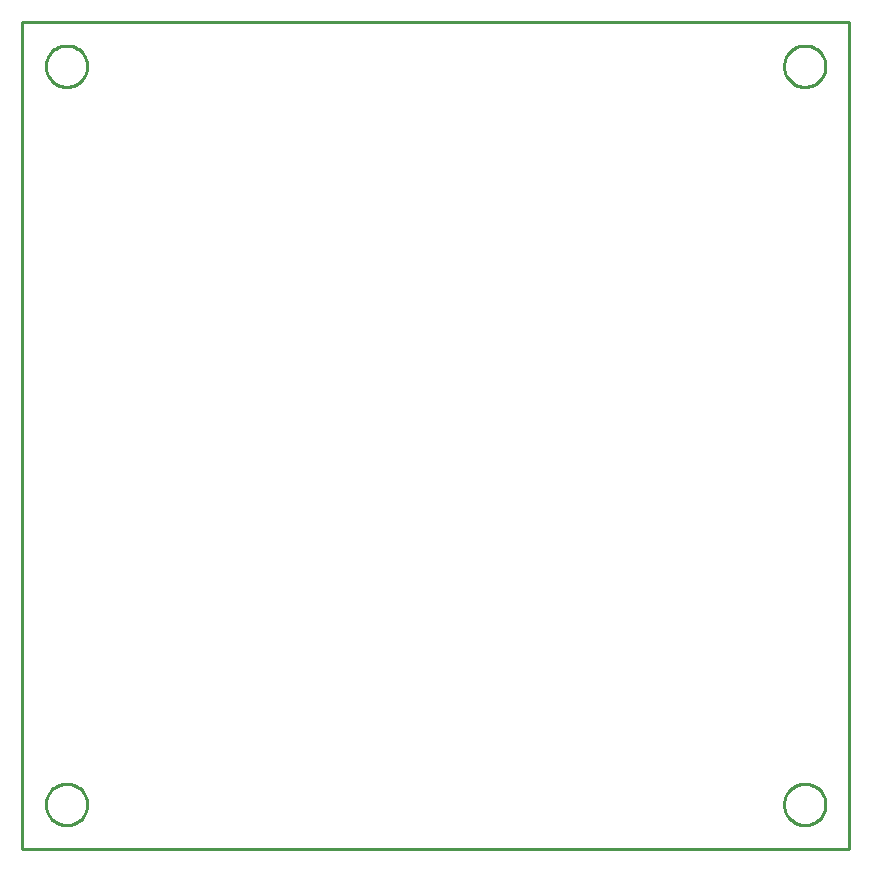
<source format=gbr>
G04 EAGLE Gerber RS-274X export*
G75*
%MOMM*%
%FSLAX34Y34*%
%LPD*%
%IN*%
%IPPOS*%
%AMOC8*
5,1,8,0,0,1.08239X$1,22.5*%
G01*
%ADD10C,0.254000*%


D10*
X0Y0D02*
X700000Y0D01*
X700000Y700000D01*
X0Y700000D01*
X0Y0D01*
X55000Y661927D02*
X54925Y660784D01*
X54776Y659648D01*
X54552Y658524D01*
X54255Y657417D01*
X53887Y656332D01*
X53449Y655274D01*
X52942Y654246D01*
X52369Y653254D01*
X51732Y652301D01*
X51035Y651392D01*
X50279Y650531D01*
X49469Y649721D01*
X48608Y648965D01*
X47699Y648268D01*
X46746Y647631D01*
X45754Y647058D01*
X44726Y646551D01*
X43668Y646113D01*
X42583Y645745D01*
X41476Y645448D01*
X40352Y645225D01*
X39216Y645075D01*
X38073Y645000D01*
X36927Y645000D01*
X35784Y645075D01*
X34648Y645225D01*
X33524Y645448D01*
X32417Y645745D01*
X31332Y646113D01*
X30274Y646551D01*
X29246Y647058D01*
X28254Y647631D01*
X27301Y648268D01*
X26392Y648965D01*
X25531Y649721D01*
X24721Y650531D01*
X23965Y651392D01*
X23268Y652301D01*
X22631Y653254D01*
X22058Y654246D01*
X21551Y655274D01*
X21113Y656332D01*
X20745Y657417D01*
X20448Y658524D01*
X20225Y659648D01*
X20075Y660784D01*
X20000Y661927D01*
X20000Y663073D01*
X20075Y664216D01*
X20225Y665352D01*
X20448Y666476D01*
X20745Y667583D01*
X21113Y668668D01*
X21551Y669726D01*
X22058Y670754D01*
X22631Y671746D01*
X23268Y672699D01*
X23965Y673608D01*
X24721Y674469D01*
X25531Y675279D01*
X26392Y676035D01*
X27301Y676732D01*
X28254Y677369D01*
X29246Y677942D01*
X30274Y678449D01*
X31332Y678887D01*
X32417Y679255D01*
X33524Y679552D01*
X34648Y679776D01*
X35784Y679925D01*
X36927Y680000D01*
X38073Y680000D01*
X39216Y679925D01*
X40352Y679776D01*
X41476Y679552D01*
X42583Y679255D01*
X43668Y678887D01*
X44726Y678449D01*
X45754Y677942D01*
X46746Y677369D01*
X47699Y676732D01*
X48608Y676035D01*
X49469Y675279D01*
X50279Y674469D01*
X51035Y673608D01*
X51732Y672699D01*
X52369Y671746D01*
X52942Y670754D01*
X53449Y669726D01*
X53887Y668668D01*
X54255Y667583D01*
X54552Y666476D01*
X54776Y665352D01*
X54925Y664216D01*
X55000Y663073D01*
X55000Y661927D01*
X680000Y661927D02*
X679925Y660784D01*
X679776Y659648D01*
X679552Y658524D01*
X679255Y657417D01*
X678887Y656332D01*
X678449Y655274D01*
X677942Y654246D01*
X677369Y653254D01*
X676732Y652301D01*
X676035Y651392D01*
X675279Y650531D01*
X674469Y649721D01*
X673608Y648965D01*
X672699Y648268D01*
X671746Y647631D01*
X670754Y647058D01*
X669726Y646551D01*
X668668Y646113D01*
X667583Y645745D01*
X666476Y645448D01*
X665352Y645225D01*
X664216Y645075D01*
X663073Y645000D01*
X661927Y645000D01*
X660784Y645075D01*
X659648Y645225D01*
X658524Y645448D01*
X657417Y645745D01*
X656332Y646113D01*
X655274Y646551D01*
X654246Y647058D01*
X653254Y647631D01*
X652301Y648268D01*
X651392Y648965D01*
X650531Y649721D01*
X649721Y650531D01*
X648965Y651392D01*
X648268Y652301D01*
X647631Y653254D01*
X647058Y654246D01*
X646551Y655274D01*
X646113Y656332D01*
X645745Y657417D01*
X645448Y658524D01*
X645225Y659648D01*
X645075Y660784D01*
X645000Y661927D01*
X645000Y663073D01*
X645075Y664216D01*
X645225Y665352D01*
X645448Y666476D01*
X645745Y667583D01*
X646113Y668668D01*
X646551Y669726D01*
X647058Y670754D01*
X647631Y671746D01*
X648268Y672699D01*
X648965Y673608D01*
X649721Y674469D01*
X650531Y675279D01*
X651392Y676035D01*
X652301Y676732D01*
X653254Y677369D01*
X654246Y677942D01*
X655274Y678449D01*
X656332Y678887D01*
X657417Y679255D01*
X658524Y679552D01*
X659648Y679776D01*
X660784Y679925D01*
X661927Y680000D01*
X663073Y680000D01*
X664216Y679925D01*
X665352Y679776D01*
X666476Y679552D01*
X667583Y679255D01*
X668668Y678887D01*
X669726Y678449D01*
X670754Y677942D01*
X671746Y677369D01*
X672699Y676732D01*
X673608Y676035D01*
X674469Y675279D01*
X675279Y674469D01*
X676035Y673608D01*
X676732Y672699D01*
X677369Y671746D01*
X677942Y670754D01*
X678449Y669726D01*
X678887Y668668D01*
X679255Y667583D01*
X679552Y666476D01*
X679776Y665352D01*
X679925Y664216D01*
X680000Y663073D01*
X680000Y661927D01*
X55000Y36927D02*
X54925Y35784D01*
X54776Y34648D01*
X54552Y33524D01*
X54255Y32417D01*
X53887Y31332D01*
X53449Y30274D01*
X52942Y29246D01*
X52369Y28254D01*
X51732Y27301D01*
X51035Y26392D01*
X50279Y25531D01*
X49469Y24721D01*
X48608Y23965D01*
X47699Y23268D01*
X46746Y22631D01*
X45754Y22058D01*
X44726Y21551D01*
X43668Y21113D01*
X42583Y20745D01*
X41476Y20448D01*
X40352Y20225D01*
X39216Y20075D01*
X38073Y20000D01*
X36927Y20000D01*
X35784Y20075D01*
X34648Y20225D01*
X33524Y20448D01*
X32417Y20745D01*
X31332Y21113D01*
X30274Y21551D01*
X29246Y22058D01*
X28254Y22631D01*
X27301Y23268D01*
X26392Y23965D01*
X25531Y24721D01*
X24721Y25531D01*
X23965Y26392D01*
X23268Y27301D01*
X22631Y28254D01*
X22058Y29246D01*
X21551Y30274D01*
X21113Y31332D01*
X20745Y32417D01*
X20448Y33524D01*
X20225Y34648D01*
X20075Y35784D01*
X20000Y36927D01*
X20000Y38073D01*
X20075Y39216D01*
X20225Y40352D01*
X20448Y41476D01*
X20745Y42583D01*
X21113Y43668D01*
X21551Y44726D01*
X22058Y45754D01*
X22631Y46746D01*
X23268Y47699D01*
X23965Y48608D01*
X24721Y49469D01*
X25531Y50279D01*
X26392Y51035D01*
X27301Y51732D01*
X28254Y52369D01*
X29246Y52942D01*
X30274Y53449D01*
X31332Y53887D01*
X32417Y54255D01*
X33524Y54552D01*
X34648Y54776D01*
X35784Y54925D01*
X36927Y55000D01*
X38073Y55000D01*
X39216Y54925D01*
X40352Y54776D01*
X41476Y54552D01*
X42583Y54255D01*
X43668Y53887D01*
X44726Y53449D01*
X45754Y52942D01*
X46746Y52369D01*
X47699Y51732D01*
X48608Y51035D01*
X49469Y50279D01*
X50279Y49469D01*
X51035Y48608D01*
X51732Y47699D01*
X52369Y46746D01*
X52942Y45754D01*
X53449Y44726D01*
X53887Y43668D01*
X54255Y42583D01*
X54552Y41476D01*
X54776Y40352D01*
X54925Y39216D01*
X55000Y38073D01*
X55000Y36927D01*
X680000Y36927D02*
X679925Y35784D01*
X679776Y34648D01*
X679552Y33524D01*
X679255Y32417D01*
X678887Y31332D01*
X678449Y30274D01*
X677942Y29246D01*
X677369Y28254D01*
X676732Y27301D01*
X676035Y26392D01*
X675279Y25531D01*
X674469Y24721D01*
X673608Y23965D01*
X672699Y23268D01*
X671746Y22631D01*
X670754Y22058D01*
X669726Y21551D01*
X668668Y21113D01*
X667583Y20745D01*
X666476Y20448D01*
X665352Y20225D01*
X664216Y20075D01*
X663073Y20000D01*
X661927Y20000D01*
X660784Y20075D01*
X659648Y20225D01*
X658524Y20448D01*
X657417Y20745D01*
X656332Y21113D01*
X655274Y21551D01*
X654246Y22058D01*
X653254Y22631D01*
X652301Y23268D01*
X651392Y23965D01*
X650531Y24721D01*
X649721Y25531D01*
X648965Y26392D01*
X648268Y27301D01*
X647631Y28254D01*
X647058Y29246D01*
X646551Y30274D01*
X646113Y31332D01*
X645745Y32417D01*
X645448Y33524D01*
X645225Y34648D01*
X645075Y35784D01*
X645000Y36927D01*
X645000Y38073D01*
X645075Y39216D01*
X645225Y40352D01*
X645448Y41476D01*
X645745Y42583D01*
X646113Y43668D01*
X646551Y44726D01*
X647058Y45754D01*
X647631Y46746D01*
X648268Y47699D01*
X648965Y48608D01*
X649721Y49469D01*
X650531Y50279D01*
X651392Y51035D01*
X652301Y51732D01*
X653254Y52369D01*
X654246Y52942D01*
X655274Y53449D01*
X656332Y53887D01*
X657417Y54255D01*
X658524Y54552D01*
X659648Y54776D01*
X660784Y54925D01*
X661927Y55000D01*
X663073Y55000D01*
X664216Y54925D01*
X665352Y54776D01*
X666476Y54552D01*
X667583Y54255D01*
X668668Y53887D01*
X669726Y53449D01*
X670754Y52942D01*
X671746Y52369D01*
X672699Y51732D01*
X673608Y51035D01*
X674469Y50279D01*
X675279Y49469D01*
X676035Y48608D01*
X676732Y47699D01*
X677369Y46746D01*
X677942Y45754D01*
X678449Y44726D01*
X678887Y43668D01*
X679255Y42583D01*
X679552Y41476D01*
X679776Y40352D01*
X679925Y39216D01*
X680000Y38073D01*
X680000Y36927D01*
M02*

</source>
